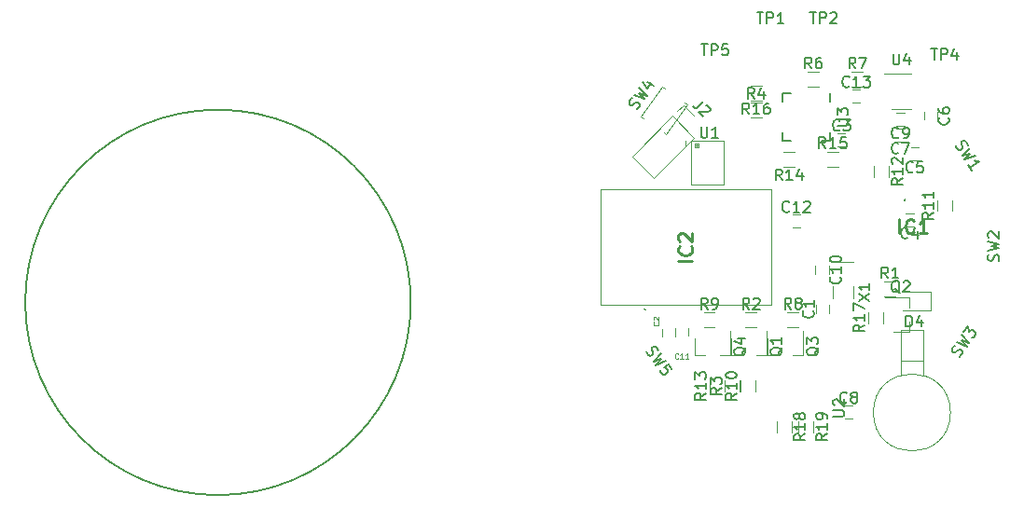
<source format=gbr>
G04 #@! TF.GenerationSoftware,KiCad,Pcbnew,(5.1.6)-1*
G04 #@! TF.CreationDate,2020-05-24T14:26:43-05:00*
G04 #@! TF.ProjectId,nrf,6e72662e-6b69-4636-9164-5f7063625858,rev?*
G04 #@! TF.SameCoordinates,Original*
G04 #@! TF.FileFunction,Legend,Top*
G04 #@! TF.FilePolarity,Positive*
%FSLAX46Y46*%
G04 Gerber Fmt 4.6, Leading zero omitted, Abs format (unit mm)*
G04 Created by KiCad (PCBNEW (5.1.6)-1) date 2020-05-24 14:26:43*
%MOMM*%
%LPD*%
G01*
G04 APERTURE LIST*
%ADD10C,0.150000*%
%ADD11C,0.120000*%
%ADD12C,0.100000*%
%ADD13C,0.200000*%
%ADD14C,0.254000*%
%ADD15C,0.125000*%
G04 APERTURE END LIST*
D10*
X102500000Y-115000000D02*
G75*
G03*
X102500000Y-115000000I-17500000J0D01*
G01*
D11*
X147300000Y-100400000D02*
X146600000Y-100400000D01*
X146600000Y-99200000D02*
X147300000Y-99200000D01*
D12*
X119750000Y-115250000D02*
X119750000Y-104750000D01*
X119750000Y-104750000D02*
X135250000Y-104750000D01*
X135250000Y-104750000D02*
X135250000Y-115250000D01*
X135250000Y-115250000D02*
X119750000Y-115250000D01*
X123700000Y-115600000D02*
X123700000Y-115600000D01*
X123800000Y-115600000D02*
X123800000Y-115600000D01*
X123800000Y-115600000D02*
G75*
G02*
X123700000Y-115600000I-50000J0D01*
G01*
X123700000Y-115600000D02*
G75*
G02*
X123800000Y-115600000I50000J0D01*
G01*
X127448880Y-100284080D02*
X127448880Y-100784080D01*
X128705035Y-100784080D02*
G75*
G03*
X128705035Y-100784080I-206155J0D01*
G01*
X128610683Y-100784080D02*
G75*
G03*
X128610683Y-100784080I-111803J0D01*
G01*
X128548880Y-100784080D02*
G75*
G03*
X128548880Y-100784080I-50000J0D01*
G01*
X127948880Y-100284080D02*
X128948880Y-100284080D01*
X127948880Y-104284080D02*
X127948880Y-100284080D01*
X130948880Y-104284080D02*
X127948880Y-104284080D01*
X130948880Y-100284080D02*
X130948880Y-104284080D01*
X128948880Y-100284080D02*
X130948880Y-100284080D01*
D11*
X140500000Y-115250000D02*
X140500000Y-115950000D01*
X139300000Y-115950000D02*
X139300000Y-115250000D01*
X125300000Y-118100000D02*
X125300000Y-117400000D01*
X126500000Y-117400000D02*
X126500000Y-118100000D01*
X141900000Y-124350000D02*
X142600000Y-124350000D01*
X142600000Y-125550000D02*
X141900000Y-125550000D01*
X140450000Y-111700000D02*
X140450000Y-112400000D01*
X139250000Y-112400000D02*
X139250000Y-111700000D01*
X126500000Y-118050000D02*
X126500000Y-117350000D01*
X127700000Y-117350000D02*
X127700000Y-118050000D01*
X137850000Y-108200000D02*
X137150000Y-108200000D01*
X137150000Y-107000000D02*
X137850000Y-107000000D01*
X149700000Y-115750000D02*
X149700000Y-114050000D01*
X149700000Y-114050000D02*
X147150000Y-114050000D01*
X149700000Y-115750000D02*
X147150000Y-115750000D01*
X126264160Y-98070083D02*
X122587205Y-101747039D01*
X122587205Y-101747039D02*
X124552961Y-103712795D01*
X124552961Y-103712795D02*
X128229917Y-100035840D01*
X128229917Y-100035840D02*
X126264160Y-98070083D01*
X126713173Y-97621071D02*
X127247038Y-97087205D01*
X127247038Y-97087205D02*
X128229917Y-98070083D01*
D12*
X151500000Y-125000000D02*
G75*
G03*
X151500000Y-125000000I-3500000J0D01*
G01*
X149000000Y-121600000D02*
X149000000Y-117500000D01*
X149000000Y-117500000D02*
X147000000Y-117500000D01*
X147000000Y-117500000D02*
X147000000Y-121600000D01*
X149000000Y-120300000D02*
X147000000Y-120300000D01*
D11*
X131620000Y-119760000D02*
X132550000Y-119760000D01*
X134780000Y-119760000D02*
X133850000Y-119760000D01*
X134780000Y-119760000D02*
X134780000Y-117600000D01*
X131620000Y-119760000D02*
X131620000Y-118300000D01*
X147760000Y-117680000D02*
X146300000Y-117680000D01*
X147760000Y-114520000D02*
X145600000Y-114520000D01*
X147760000Y-114520000D02*
X147760000Y-115450000D01*
X147760000Y-117680000D02*
X147760000Y-116750000D01*
X134920000Y-119760000D02*
X134920000Y-118300000D01*
X138080000Y-119760000D02*
X138080000Y-117600000D01*
X138080000Y-119760000D02*
X137150000Y-119760000D01*
X134920000Y-119760000D02*
X135850000Y-119760000D01*
X128320000Y-119760000D02*
X129250000Y-119760000D01*
X131480000Y-119760000D02*
X130550000Y-119760000D01*
X131480000Y-119760000D02*
X131480000Y-117600000D01*
X128320000Y-119760000D02*
X128320000Y-118300000D01*
X146500000Y-114480000D02*
X145500000Y-114480000D01*
X145500000Y-113120000D02*
X146500000Y-113120000D01*
X133900000Y-117280000D02*
X132900000Y-117280000D01*
X132900000Y-115920000D02*
X133900000Y-115920000D01*
X132380000Y-122100000D02*
X132380000Y-123100000D01*
X131020000Y-123100000D02*
X131020000Y-122100000D01*
X136700000Y-115920000D02*
X137700000Y-115920000D01*
X137700000Y-117280000D02*
X136700000Y-117280000D01*
X130100000Y-117280000D02*
X129100000Y-117280000D01*
X129100000Y-115920000D02*
X130100000Y-115920000D01*
X132420000Y-123100000D02*
X132420000Y-122100000D01*
X133780000Y-122100000D02*
X133780000Y-123100000D01*
X130980000Y-122100000D02*
X130980000Y-123100000D01*
X129620000Y-123100000D02*
X129620000Y-122100000D01*
X144020000Y-116900000D02*
X144020000Y-115900000D01*
X145380000Y-115900000D02*
X145380000Y-116900000D01*
X135720000Y-126800000D02*
X135720000Y-125800000D01*
X137080000Y-125800000D02*
X137080000Y-126800000D01*
X139080000Y-125800000D02*
X139080000Y-126800000D01*
X137720000Y-126800000D02*
X137720000Y-125800000D01*
X148150000Y-108100000D02*
X147450000Y-108100000D01*
X147450000Y-106900000D02*
X148150000Y-106900000D01*
X147900000Y-100900000D02*
X148600000Y-100900000D01*
X148600000Y-102100000D02*
X147900000Y-102100000D01*
D13*
X147350000Y-105650000D02*
X147350000Y-105650000D01*
X147350000Y-105750000D02*
X147350000Y-105750000D01*
X147350000Y-105650000D02*
X147350000Y-105650000D01*
X147350000Y-105750000D02*
G75*
G02*
X147350000Y-105650000I0J50000D01*
G01*
X147350000Y-105650000D02*
G75*
G02*
X147350000Y-105750000I0J-50000D01*
G01*
X147350000Y-105750000D02*
G75*
G02*
X147350000Y-105650000I0J50000D01*
G01*
D11*
X150270000Y-106700000D02*
X150270000Y-105700000D01*
X151630000Y-105700000D02*
X151630000Y-106700000D01*
X144570000Y-103600000D02*
X144570000Y-102600000D01*
X145930000Y-102600000D02*
X145930000Y-103600000D01*
X141250000Y-99600000D02*
X141950000Y-99600000D01*
X141950000Y-100800000D02*
X141250000Y-100800000D01*
X149100000Y-98400000D02*
X149100000Y-97700000D01*
X150300000Y-97700000D02*
X150300000Y-98400000D01*
X146600000Y-97800000D02*
X147300000Y-97800000D01*
X147300000Y-99000000D02*
X146600000Y-99000000D01*
X134350000Y-98180000D02*
X133350000Y-98180000D01*
X133350000Y-96820000D02*
X134350000Y-96820000D01*
X139550000Y-95430000D02*
X138550000Y-95430000D01*
X138550000Y-94070000D02*
X139550000Y-94070000D01*
X143550000Y-95430000D02*
X142550000Y-95430000D01*
X142550000Y-94070000D02*
X143550000Y-94070000D01*
X136350000Y-101320000D02*
X137350000Y-101320000D01*
X137350000Y-102680000D02*
X136350000Y-102680000D01*
X140300000Y-101320000D02*
X141300000Y-101320000D01*
X141300000Y-102680000D02*
X140300000Y-102680000D01*
X134350000Y-96680000D02*
X133350000Y-96680000D01*
X133350000Y-95320000D02*
X134350000Y-95320000D01*
D10*
X140575000Y-100325000D02*
X139800000Y-100325000D01*
X136275000Y-96025000D02*
X137050000Y-96025000D01*
X136275000Y-100325000D02*
X137050000Y-100325000D01*
X140575000Y-96025000D02*
X140575000Y-96800000D01*
X136275000Y-96025000D02*
X136275000Y-96800000D01*
X136275000Y-100325000D02*
X136275000Y-99550000D01*
X140575000Y-100325000D02*
X140575000Y-99550000D01*
D11*
X146150000Y-97460000D02*
X147950000Y-97460000D01*
X147950000Y-94240000D02*
X145500000Y-94240000D01*
X142700000Y-113500000D02*
X142700000Y-114600000D01*
X140800000Y-113500000D02*
X140800000Y-114600000D01*
X142650000Y-111350000D02*
X140850000Y-111350000D01*
X125454666Y-99532535D02*
X125700412Y-99704608D01*
X125700412Y-99704608D02*
X127593214Y-97001406D01*
X127593214Y-97001406D02*
X127347468Y-96829333D01*
X123652532Y-98270667D02*
X123406786Y-98098594D01*
X123406786Y-98098594D02*
X125299588Y-95395392D01*
X125299588Y-95395392D02*
X125545334Y-95567465D01*
X142600000Y-95650000D02*
X143300000Y-95650000D01*
X143300000Y-96850000D02*
X142600000Y-96850000D01*
D10*
X146783333Y-101407142D02*
X146735714Y-101454761D01*
X146592857Y-101502380D01*
X146497619Y-101502380D01*
X146354761Y-101454761D01*
X146259523Y-101359523D01*
X146211904Y-101264285D01*
X146164285Y-101073809D01*
X146164285Y-100930952D01*
X146211904Y-100740476D01*
X146259523Y-100645238D01*
X146354761Y-100550000D01*
X146497619Y-100502380D01*
X146592857Y-100502380D01*
X146735714Y-100550000D01*
X146783333Y-100597619D01*
X147116666Y-100502380D02*
X147783333Y-100502380D01*
X147354761Y-101502380D01*
D14*
X128074523Y-111239761D02*
X126804523Y-111239761D01*
X127953571Y-109909285D02*
X128014047Y-109969761D01*
X128074523Y-110151190D01*
X128074523Y-110272142D01*
X128014047Y-110453571D01*
X127893095Y-110574523D01*
X127772142Y-110635000D01*
X127530238Y-110695476D01*
X127348809Y-110695476D01*
X127106904Y-110635000D01*
X126985952Y-110574523D01*
X126865000Y-110453571D01*
X126804523Y-110272142D01*
X126804523Y-110151190D01*
X126865000Y-109969761D01*
X126925476Y-109909285D01*
X126925476Y-109425476D02*
X126865000Y-109365000D01*
X126804523Y-109244047D01*
X126804523Y-108941666D01*
X126865000Y-108820714D01*
X126925476Y-108760238D01*
X127046428Y-108699761D01*
X127167380Y-108699761D01*
X127348809Y-108760238D01*
X128074523Y-109485952D01*
X128074523Y-108699761D01*
D10*
X128838095Y-99052380D02*
X128838095Y-99861904D01*
X128885714Y-99957142D01*
X128933333Y-100004761D01*
X129028571Y-100052380D01*
X129219047Y-100052380D01*
X129314285Y-100004761D01*
X129361904Y-99957142D01*
X129409523Y-99861904D01*
X129409523Y-99052380D01*
X130409523Y-100052380D02*
X129838095Y-100052380D01*
X130123809Y-100052380D02*
X130123809Y-99052380D01*
X130028571Y-99195238D01*
X129933333Y-99290476D01*
X129838095Y-99338095D01*
X139007142Y-115766666D02*
X139054761Y-115814285D01*
X139102380Y-115957142D01*
X139102380Y-116052380D01*
X139054761Y-116195238D01*
X138959523Y-116290476D01*
X138864285Y-116338095D01*
X138673809Y-116385714D01*
X138530952Y-116385714D01*
X138340476Y-116338095D01*
X138245238Y-116290476D01*
X138150000Y-116195238D01*
X138102380Y-116052380D01*
X138102380Y-115957142D01*
X138150000Y-115814285D01*
X138197619Y-115766666D01*
X139102380Y-114814285D02*
X139102380Y-115385714D01*
X139102380Y-115100000D02*
X138102380Y-115100000D01*
X138245238Y-115195238D01*
X138340476Y-115290476D01*
X138388095Y-115385714D01*
D15*
X124978571Y-116783333D02*
X125002380Y-116807142D01*
X125026190Y-116878571D01*
X125026190Y-116926190D01*
X125002380Y-116997619D01*
X124954761Y-117045238D01*
X124907142Y-117069047D01*
X124811904Y-117092857D01*
X124740476Y-117092857D01*
X124645238Y-117069047D01*
X124597619Y-117045238D01*
X124550000Y-116997619D01*
X124526190Y-116926190D01*
X124526190Y-116878571D01*
X124550000Y-116807142D01*
X124573809Y-116783333D01*
X124573809Y-116592857D02*
X124550000Y-116569047D01*
X124526190Y-116521428D01*
X124526190Y-116402380D01*
X124550000Y-116354761D01*
X124573809Y-116330952D01*
X124621428Y-116307142D01*
X124669047Y-116307142D01*
X124740476Y-116330952D01*
X125026190Y-116616666D01*
X125026190Y-116307142D01*
D10*
X142083333Y-124057142D02*
X142035714Y-124104761D01*
X141892857Y-124152380D01*
X141797619Y-124152380D01*
X141654761Y-124104761D01*
X141559523Y-124009523D01*
X141511904Y-123914285D01*
X141464285Y-123723809D01*
X141464285Y-123580952D01*
X141511904Y-123390476D01*
X141559523Y-123295238D01*
X141654761Y-123200000D01*
X141797619Y-123152380D01*
X141892857Y-123152380D01*
X142035714Y-123200000D01*
X142083333Y-123247619D01*
X142654761Y-123580952D02*
X142559523Y-123533333D01*
X142511904Y-123485714D01*
X142464285Y-123390476D01*
X142464285Y-123342857D01*
X142511904Y-123247619D01*
X142559523Y-123200000D01*
X142654761Y-123152380D01*
X142845238Y-123152380D01*
X142940476Y-123200000D01*
X142988095Y-123247619D01*
X143035714Y-123342857D01*
X143035714Y-123390476D01*
X142988095Y-123485714D01*
X142940476Y-123533333D01*
X142845238Y-123580952D01*
X142654761Y-123580952D01*
X142559523Y-123628571D01*
X142511904Y-123676190D01*
X142464285Y-123771428D01*
X142464285Y-123961904D01*
X142511904Y-124057142D01*
X142559523Y-124104761D01*
X142654761Y-124152380D01*
X142845238Y-124152380D01*
X142940476Y-124104761D01*
X142988095Y-124057142D01*
X143035714Y-123961904D01*
X143035714Y-123771428D01*
X142988095Y-123676190D01*
X142940476Y-123628571D01*
X142845238Y-123580952D01*
X141457142Y-112692857D02*
X141504761Y-112740476D01*
X141552380Y-112883333D01*
X141552380Y-112978571D01*
X141504761Y-113121428D01*
X141409523Y-113216666D01*
X141314285Y-113264285D01*
X141123809Y-113311904D01*
X140980952Y-113311904D01*
X140790476Y-113264285D01*
X140695238Y-113216666D01*
X140600000Y-113121428D01*
X140552380Y-112978571D01*
X140552380Y-112883333D01*
X140600000Y-112740476D01*
X140647619Y-112692857D01*
X141552380Y-111740476D02*
X141552380Y-112311904D01*
X141552380Y-112026190D02*
X140552380Y-112026190D01*
X140695238Y-112121428D01*
X140790476Y-112216666D01*
X140838095Y-112311904D01*
X140552380Y-111121428D02*
X140552380Y-111026190D01*
X140600000Y-110930952D01*
X140647619Y-110883333D01*
X140742857Y-110835714D01*
X140933333Y-110788095D01*
X141171428Y-110788095D01*
X141361904Y-110835714D01*
X141457142Y-110883333D01*
X141504761Y-110930952D01*
X141552380Y-111026190D01*
X141552380Y-111121428D01*
X141504761Y-111216666D01*
X141457142Y-111264285D01*
X141361904Y-111311904D01*
X141171428Y-111359523D01*
X140933333Y-111359523D01*
X140742857Y-111311904D01*
X140647619Y-111264285D01*
X140600000Y-111216666D01*
X140552380Y-111121428D01*
D15*
X126778571Y-120078571D02*
X126754761Y-120102380D01*
X126683333Y-120126190D01*
X126635714Y-120126190D01*
X126564285Y-120102380D01*
X126516666Y-120054761D01*
X126492857Y-120007142D01*
X126469047Y-119911904D01*
X126469047Y-119840476D01*
X126492857Y-119745238D01*
X126516666Y-119697619D01*
X126564285Y-119650000D01*
X126635714Y-119626190D01*
X126683333Y-119626190D01*
X126754761Y-119650000D01*
X126778571Y-119673809D01*
X127254761Y-120126190D02*
X126969047Y-120126190D01*
X127111904Y-120126190D02*
X127111904Y-119626190D01*
X127064285Y-119697619D01*
X127016666Y-119745238D01*
X126969047Y-119769047D01*
X127730952Y-120126190D02*
X127445238Y-120126190D01*
X127588095Y-120126190D02*
X127588095Y-119626190D01*
X127540476Y-119697619D01*
X127492857Y-119745238D01*
X127445238Y-119769047D01*
D10*
X136857142Y-106707142D02*
X136809523Y-106754761D01*
X136666666Y-106802380D01*
X136571428Y-106802380D01*
X136428571Y-106754761D01*
X136333333Y-106659523D01*
X136285714Y-106564285D01*
X136238095Y-106373809D01*
X136238095Y-106230952D01*
X136285714Y-106040476D01*
X136333333Y-105945238D01*
X136428571Y-105850000D01*
X136571428Y-105802380D01*
X136666666Y-105802380D01*
X136809523Y-105850000D01*
X136857142Y-105897619D01*
X137809523Y-106802380D02*
X137238095Y-106802380D01*
X137523809Y-106802380D02*
X137523809Y-105802380D01*
X137428571Y-105945238D01*
X137333333Y-106040476D01*
X137238095Y-106088095D01*
X138190476Y-105897619D02*
X138238095Y-105850000D01*
X138333333Y-105802380D01*
X138571428Y-105802380D01*
X138666666Y-105850000D01*
X138714285Y-105897619D01*
X138761904Y-105992857D01*
X138761904Y-106088095D01*
X138714285Y-106230952D01*
X138142857Y-106802380D01*
X138761904Y-106802380D01*
X147461904Y-117202380D02*
X147461904Y-116202380D01*
X147700000Y-116202380D01*
X147842857Y-116250000D01*
X147938095Y-116345238D01*
X147985714Y-116440476D01*
X148033333Y-116630952D01*
X148033333Y-116773809D01*
X147985714Y-116964285D01*
X147938095Y-117059523D01*
X147842857Y-117154761D01*
X147700000Y-117202380D01*
X147461904Y-117202380D01*
X148890476Y-116535714D02*
X148890476Y-117202380D01*
X148652380Y-116154761D02*
X148414285Y-116869047D01*
X149033333Y-116869047D01*
X129088545Y-96740049D02*
X128583469Y-97245125D01*
X128448782Y-97312469D01*
X128314095Y-97312469D01*
X128179408Y-97245125D01*
X128112065Y-97177782D01*
X129324248Y-97110438D02*
X129391591Y-97110438D01*
X129492606Y-97144110D01*
X129660965Y-97312469D01*
X129694637Y-97413484D01*
X129694637Y-97480828D01*
X129660965Y-97581843D01*
X129593622Y-97649186D01*
X129458935Y-97716530D01*
X128650813Y-97716530D01*
X129088545Y-98154263D01*
X151983272Y-100724142D02*
X152021141Y-100869887D01*
X152150817Y-101069571D01*
X152242624Y-101123509D01*
X152308496Y-101137511D01*
X152414305Y-101125577D01*
X152494178Y-101073707D01*
X152548116Y-100981899D01*
X152562118Y-100916028D01*
X152550184Y-100810219D01*
X152486380Y-100624537D01*
X152474446Y-100518728D01*
X152488448Y-100452857D01*
X152542386Y-100361050D01*
X152622259Y-100309179D01*
X152728068Y-100297245D01*
X152793940Y-100311247D01*
X152885747Y-100365185D01*
X153015423Y-100564869D01*
X153053292Y-100710614D01*
X153274775Y-100964236D02*
X152565780Y-101708558D01*
X153268571Y-101479277D01*
X152773262Y-102028052D01*
X153741608Y-101683096D01*
X153395706Y-102986532D02*
X153084484Y-102507292D01*
X153240095Y-102746912D02*
X154078766Y-102202273D01*
X153907085Y-102200205D01*
X153775341Y-102172202D01*
X153683534Y-102118264D01*
X155854761Y-111233333D02*
X155902380Y-111090476D01*
X155902380Y-110852380D01*
X155854761Y-110757142D01*
X155807142Y-110709523D01*
X155711904Y-110661904D01*
X155616666Y-110661904D01*
X155521428Y-110709523D01*
X155473809Y-110757142D01*
X155426190Y-110852380D01*
X155378571Y-111042857D01*
X155330952Y-111138095D01*
X155283333Y-111185714D01*
X155188095Y-111233333D01*
X155092857Y-111233333D01*
X154997619Y-111185714D01*
X154950000Y-111138095D01*
X154902380Y-111042857D01*
X154902380Y-110804761D01*
X154950000Y-110661904D01*
X154902380Y-110328571D02*
X155902380Y-110090476D01*
X155188095Y-109900000D01*
X155902380Y-109709523D01*
X154902380Y-109471428D01*
X154997619Y-109138095D02*
X154950000Y-109090476D01*
X154902380Y-108995238D01*
X154902380Y-108757142D01*
X154950000Y-108661904D01*
X154997619Y-108614285D01*
X155092857Y-108566666D01*
X155188095Y-108566666D01*
X155330952Y-108614285D01*
X155902380Y-109185714D01*
X155902380Y-108566666D01*
X152306584Y-119919464D02*
X152427531Y-119829756D01*
X152564097Y-119634719D01*
X152579716Y-119529392D01*
X152568022Y-119463071D01*
X152517321Y-119369438D01*
X152439306Y-119314811D01*
X152333979Y-119299192D01*
X152267658Y-119310886D01*
X152174025Y-119361588D01*
X152025765Y-119490304D01*
X151932131Y-119541005D01*
X151865811Y-119552699D01*
X151760483Y-119537080D01*
X151682469Y-119482453D01*
X151631767Y-119388820D01*
X151620073Y-119322500D01*
X151635692Y-119217172D01*
X151772258Y-119022136D01*
X151893205Y-118932427D01*
X152045390Y-118632063D02*
X153001108Y-119010604D01*
X152525252Y-118444877D01*
X153219613Y-118698546D01*
X152537027Y-117929933D01*
X152700906Y-117695890D02*
X153055977Y-117188795D01*
X153176843Y-117680351D01*
X153258782Y-117563330D01*
X153352416Y-117512628D01*
X153418736Y-117500934D01*
X153524064Y-117516553D01*
X153719100Y-117653119D01*
X153769801Y-117746753D01*
X153781495Y-117813073D01*
X153765876Y-117918401D01*
X153601997Y-118152444D01*
X153508364Y-118203146D01*
X153442043Y-118214840D01*
X140852380Y-125361904D02*
X141661904Y-125361904D01*
X141757142Y-125314285D01*
X141804761Y-125266666D01*
X141852380Y-125171428D01*
X141852380Y-124980952D01*
X141804761Y-124885714D01*
X141757142Y-124838095D01*
X141661904Y-124790476D01*
X140852380Y-124790476D01*
X140947619Y-124361904D02*
X140900000Y-124314285D01*
X140852380Y-124219047D01*
X140852380Y-123980952D01*
X140900000Y-123885714D01*
X140947619Y-123838095D01*
X141042857Y-123790476D01*
X141138095Y-123790476D01*
X141280952Y-123838095D01*
X141852380Y-124409523D01*
X141852380Y-123790476D01*
X136247619Y-119095238D02*
X136200000Y-119190476D01*
X136104761Y-119285714D01*
X135961904Y-119428571D01*
X135914285Y-119523809D01*
X135914285Y-119619047D01*
X136152380Y-119571428D02*
X136104761Y-119666666D01*
X136009523Y-119761904D01*
X135819047Y-119809523D01*
X135485714Y-119809523D01*
X135295238Y-119761904D01*
X135200000Y-119666666D01*
X135152380Y-119571428D01*
X135152380Y-119380952D01*
X135200000Y-119285714D01*
X135295238Y-119190476D01*
X135485714Y-119142857D01*
X135819047Y-119142857D01*
X136009523Y-119190476D01*
X136104761Y-119285714D01*
X136152380Y-119380952D01*
X136152380Y-119571428D01*
X136152380Y-118190476D02*
X136152380Y-118761904D01*
X136152380Y-118476190D02*
X135152380Y-118476190D01*
X135295238Y-118571428D01*
X135390476Y-118666666D01*
X135438095Y-118761904D01*
X146904761Y-114147619D02*
X146809523Y-114100000D01*
X146714285Y-114004761D01*
X146571428Y-113861904D01*
X146476190Y-113814285D01*
X146380952Y-113814285D01*
X146428571Y-114052380D02*
X146333333Y-114004761D01*
X146238095Y-113909523D01*
X146190476Y-113719047D01*
X146190476Y-113385714D01*
X146238095Y-113195238D01*
X146333333Y-113100000D01*
X146428571Y-113052380D01*
X146619047Y-113052380D01*
X146714285Y-113100000D01*
X146809523Y-113195238D01*
X146857142Y-113385714D01*
X146857142Y-113719047D01*
X146809523Y-113909523D01*
X146714285Y-114004761D01*
X146619047Y-114052380D01*
X146428571Y-114052380D01*
X147238095Y-113147619D02*
X147285714Y-113100000D01*
X147380952Y-113052380D01*
X147619047Y-113052380D01*
X147714285Y-113100000D01*
X147761904Y-113147619D01*
X147809523Y-113242857D01*
X147809523Y-113338095D01*
X147761904Y-113480952D01*
X147190476Y-114052380D01*
X147809523Y-114052380D01*
X139547619Y-119095238D02*
X139500000Y-119190476D01*
X139404761Y-119285714D01*
X139261904Y-119428571D01*
X139214285Y-119523809D01*
X139214285Y-119619047D01*
X139452380Y-119571428D02*
X139404761Y-119666666D01*
X139309523Y-119761904D01*
X139119047Y-119809523D01*
X138785714Y-119809523D01*
X138595238Y-119761904D01*
X138500000Y-119666666D01*
X138452380Y-119571428D01*
X138452380Y-119380952D01*
X138500000Y-119285714D01*
X138595238Y-119190476D01*
X138785714Y-119142857D01*
X139119047Y-119142857D01*
X139309523Y-119190476D01*
X139404761Y-119285714D01*
X139452380Y-119380952D01*
X139452380Y-119571428D01*
X138452380Y-118809523D02*
X138452380Y-118190476D01*
X138833333Y-118523809D01*
X138833333Y-118380952D01*
X138880952Y-118285714D01*
X138928571Y-118238095D01*
X139023809Y-118190476D01*
X139261904Y-118190476D01*
X139357142Y-118238095D01*
X139404761Y-118285714D01*
X139452380Y-118380952D01*
X139452380Y-118666666D01*
X139404761Y-118761904D01*
X139357142Y-118809523D01*
X132947619Y-119095238D02*
X132900000Y-119190476D01*
X132804761Y-119285714D01*
X132661904Y-119428571D01*
X132614285Y-119523809D01*
X132614285Y-119619047D01*
X132852380Y-119571428D02*
X132804761Y-119666666D01*
X132709523Y-119761904D01*
X132519047Y-119809523D01*
X132185714Y-119809523D01*
X131995238Y-119761904D01*
X131900000Y-119666666D01*
X131852380Y-119571428D01*
X131852380Y-119380952D01*
X131900000Y-119285714D01*
X131995238Y-119190476D01*
X132185714Y-119142857D01*
X132519047Y-119142857D01*
X132709523Y-119190476D01*
X132804761Y-119285714D01*
X132852380Y-119380952D01*
X132852380Y-119571428D01*
X132185714Y-118285714D02*
X132852380Y-118285714D01*
X131804761Y-118523809D02*
X132519047Y-118761904D01*
X132519047Y-118142857D01*
X145833333Y-112802380D02*
X145500000Y-112326190D01*
X145261904Y-112802380D02*
X145261904Y-111802380D01*
X145642857Y-111802380D01*
X145738095Y-111850000D01*
X145785714Y-111897619D01*
X145833333Y-111992857D01*
X145833333Y-112135714D01*
X145785714Y-112230952D01*
X145738095Y-112278571D01*
X145642857Y-112326190D01*
X145261904Y-112326190D01*
X146785714Y-112802380D02*
X146214285Y-112802380D01*
X146500000Y-112802380D02*
X146500000Y-111802380D01*
X146404761Y-111945238D01*
X146309523Y-112040476D01*
X146214285Y-112088095D01*
X133233333Y-115602380D02*
X132900000Y-115126190D01*
X132661904Y-115602380D02*
X132661904Y-114602380D01*
X133042857Y-114602380D01*
X133138095Y-114650000D01*
X133185714Y-114697619D01*
X133233333Y-114792857D01*
X133233333Y-114935714D01*
X133185714Y-115030952D01*
X133138095Y-115078571D01*
X133042857Y-115126190D01*
X132661904Y-115126190D01*
X133614285Y-114697619D02*
X133661904Y-114650000D01*
X133757142Y-114602380D01*
X133995238Y-114602380D01*
X134090476Y-114650000D01*
X134138095Y-114697619D01*
X134185714Y-114792857D01*
X134185714Y-114888095D01*
X134138095Y-115030952D01*
X133566666Y-115602380D01*
X134185714Y-115602380D01*
X130702380Y-122766666D02*
X130226190Y-123100000D01*
X130702380Y-123338095D02*
X129702380Y-123338095D01*
X129702380Y-122957142D01*
X129750000Y-122861904D01*
X129797619Y-122814285D01*
X129892857Y-122766666D01*
X130035714Y-122766666D01*
X130130952Y-122814285D01*
X130178571Y-122861904D01*
X130226190Y-122957142D01*
X130226190Y-123338095D01*
X129702380Y-122433333D02*
X129702380Y-121814285D01*
X130083333Y-122147619D01*
X130083333Y-122004761D01*
X130130952Y-121909523D01*
X130178571Y-121861904D01*
X130273809Y-121814285D01*
X130511904Y-121814285D01*
X130607142Y-121861904D01*
X130654761Y-121909523D01*
X130702380Y-122004761D01*
X130702380Y-122290476D01*
X130654761Y-122385714D01*
X130607142Y-122433333D01*
X137033333Y-115602380D02*
X136700000Y-115126190D01*
X136461904Y-115602380D02*
X136461904Y-114602380D01*
X136842857Y-114602380D01*
X136938095Y-114650000D01*
X136985714Y-114697619D01*
X137033333Y-114792857D01*
X137033333Y-114935714D01*
X136985714Y-115030952D01*
X136938095Y-115078571D01*
X136842857Y-115126190D01*
X136461904Y-115126190D01*
X137604761Y-115030952D02*
X137509523Y-114983333D01*
X137461904Y-114935714D01*
X137414285Y-114840476D01*
X137414285Y-114792857D01*
X137461904Y-114697619D01*
X137509523Y-114650000D01*
X137604761Y-114602380D01*
X137795238Y-114602380D01*
X137890476Y-114650000D01*
X137938095Y-114697619D01*
X137985714Y-114792857D01*
X137985714Y-114840476D01*
X137938095Y-114935714D01*
X137890476Y-114983333D01*
X137795238Y-115030952D01*
X137604761Y-115030952D01*
X137509523Y-115078571D01*
X137461904Y-115126190D01*
X137414285Y-115221428D01*
X137414285Y-115411904D01*
X137461904Y-115507142D01*
X137509523Y-115554761D01*
X137604761Y-115602380D01*
X137795238Y-115602380D01*
X137890476Y-115554761D01*
X137938095Y-115507142D01*
X137985714Y-115411904D01*
X137985714Y-115221428D01*
X137938095Y-115126190D01*
X137890476Y-115078571D01*
X137795238Y-115030952D01*
X129433333Y-115602380D02*
X129100000Y-115126190D01*
X128861904Y-115602380D02*
X128861904Y-114602380D01*
X129242857Y-114602380D01*
X129338095Y-114650000D01*
X129385714Y-114697619D01*
X129433333Y-114792857D01*
X129433333Y-114935714D01*
X129385714Y-115030952D01*
X129338095Y-115078571D01*
X129242857Y-115126190D01*
X128861904Y-115126190D01*
X129909523Y-115602380D02*
X130100000Y-115602380D01*
X130195238Y-115554761D01*
X130242857Y-115507142D01*
X130338095Y-115364285D01*
X130385714Y-115173809D01*
X130385714Y-114792857D01*
X130338095Y-114697619D01*
X130290476Y-114650000D01*
X130195238Y-114602380D01*
X130004761Y-114602380D01*
X129909523Y-114650000D01*
X129861904Y-114697619D01*
X129814285Y-114792857D01*
X129814285Y-115030952D01*
X129861904Y-115126190D01*
X129909523Y-115173809D01*
X130004761Y-115221428D01*
X130195238Y-115221428D01*
X130290476Y-115173809D01*
X130338095Y-115126190D01*
X130385714Y-115030952D01*
X132102380Y-123242857D02*
X131626190Y-123576190D01*
X132102380Y-123814285D02*
X131102380Y-123814285D01*
X131102380Y-123433333D01*
X131150000Y-123338095D01*
X131197619Y-123290476D01*
X131292857Y-123242857D01*
X131435714Y-123242857D01*
X131530952Y-123290476D01*
X131578571Y-123338095D01*
X131626190Y-123433333D01*
X131626190Y-123814285D01*
X132102380Y-122290476D02*
X132102380Y-122861904D01*
X132102380Y-122576190D02*
X131102380Y-122576190D01*
X131245238Y-122671428D01*
X131340476Y-122766666D01*
X131388095Y-122861904D01*
X131102380Y-121671428D02*
X131102380Y-121576190D01*
X131150000Y-121480952D01*
X131197619Y-121433333D01*
X131292857Y-121385714D01*
X131483333Y-121338095D01*
X131721428Y-121338095D01*
X131911904Y-121385714D01*
X132007142Y-121433333D01*
X132054761Y-121480952D01*
X132102380Y-121576190D01*
X132102380Y-121671428D01*
X132054761Y-121766666D01*
X132007142Y-121814285D01*
X131911904Y-121861904D01*
X131721428Y-121909523D01*
X131483333Y-121909523D01*
X131292857Y-121861904D01*
X131197619Y-121814285D01*
X131150000Y-121766666D01*
X131102380Y-121671428D01*
X129302380Y-123242857D02*
X128826190Y-123576190D01*
X129302380Y-123814285D02*
X128302380Y-123814285D01*
X128302380Y-123433333D01*
X128350000Y-123338095D01*
X128397619Y-123290476D01*
X128492857Y-123242857D01*
X128635714Y-123242857D01*
X128730952Y-123290476D01*
X128778571Y-123338095D01*
X128826190Y-123433333D01*
X128826190Y-123814285D01*
X129302380Y-122290476D02*
X129302380Y-122861904D01*
X129302380Y-122576190D02*
X128302380Y-122576190D01*
X128445238Y-122671428D01*
X128540476Y-122766666D01*
X128588095Y-122861904D01*
X128302380Y-121957142D02*
X128302380Y-121338095D01*
X128683333Y-121671428D01*
X128683333Y-121528571D01*
X128730952Y-121433333D01*
X128778571Y-121385714D01*
X128873809Y-121338095D01*
X129111904Y-121338095D01*
X129207142Y-121385714D01*
X129254761Y-121433333D01*
X129302380Y-121528571D01*
X129302380Y-121814285D01*
X129254761Y-121909523D01*
X129207142Y-121957142D01*
X143702380Y-117042857D02*
X143226190Y-117376190D01*
X143702380Y-117614285D02*
X142702380Y-117614285D01*
X142702380Y-117233333D01*
X142750000Y-117138095D01*
X142797619Y-117090476D01*
X142892857Y-117042857D01*
X143035714Y-117042857D01*
X143130952Y-117090476D01*
X143178571Y-117138095D01*
X143226190Y-117233333D01*
X143226190Y-117614285D01*
X143702380Y-116090476D02*
X143702380Y-116661904D01*
X143702380Y-116376190D02*
X142702380Y-116376190D01*
X142845238Y-116471428D01*
X142940476Y-116566666D01*
X142988095Y-116661904D01*
X142702380Y-115757142D02*
X142702380Y-115090476D01*
X143702380Y-115519047D01*
X138302380Y-126942857D02*
X137826190Y-127276190D01*
X138302380Y-127514285D02*
X137302380Y-127514285D01*
X137302380Y-127133333D01*
X137350000Y-127038095D01*
X137397619Y-126990476D01*
X137492857Y-126942857D01*
X137635714Y-126942857D01*
X137730952Y-126990476D01*
X137778571Y-127038095D01*
X137826190Y-127133333D01*
X137826190Y-127514285D01*
X138302380Y-125990476D02*
X138302380Y-126561904D01*
X138302380Y-126276190D02*
X137302380Y-126276190D01*
X137445238Y-126371428D01*
X137540476Y-126466666D01*
X137588095Y-126561904D01*
X137730952Y-125419047D02*
X137683333Y-125514285D01*
X137635714Y-125561904D01*
X137540476Y-125609523D01*
X137492857Y-125609523D01*
X137397619Y-125561904D01*
X137350000Y-125514285D01*
X137302380Y-125419047D01*
X137302380Y-125228571D01*
X137350000Y-125133333D01*
X137397619Y-125085714D01*
X137492857Y-125038095D01*
X137540476Y-125038095D01*
X137635714Y-125085714D01*
X137683333Y-125133333D01*
X137730952Y-125228571D01*
X137730952Y-125419047D01*
X137778571Y-125514285D01*
X137826190Y-125561904D01*
X137921428Y-125609523D01*
X138111904Y-125609523D01*
X138207142Y-125561904D01*
X138254761Y-125514285D01*
X138302380Y-125419047D01*
X138302380Y-125228571D01*
X138254761Y-125133333D01*
X138207142Y-125085714D01*
X138111904Y-125038095D01*
X137921428Y-125038095D01*
X137826190Y-125085714D01*
X137778571Y-125133333D01*
X137730952Y-125228571D01*
X140302380Y-126942857D02*
X139826190Y-127276190D01*
X140302380Y-127514285D02*
X139302380Y-127514285D01*
X139302380Y-127133333D01*
X139350000Y-127038095D01*
X139397619Y-126990476D01*
X139492857Y-126942857D01*
X139635714Y-126942857D01*
X139730952Y-126990476D01*
X139778571Y-127038095D01*
X139826190Y-127133333D01*
X139826190Y-127514285D01*
X140302380Y-125990476D02*
X140302380Y-126561904D01*
X140302380Y-126276190D02*
X139302380Y-126276190D01*
X139445238Y-126371428D01*
X139540476Y-126466666D01*
X139588095Y-126561904D01*
X140302380Y-125514285D02*
X140302380Y-125323809D01*
X140254761Y-125228571D01*
X140207142Y-125180952D01*
X140064285Y-125085714D01*
X139873809Y-125038095D01*
X139492857Y-125038095D01*
X139397619Y-125085714D01*
X139350000Y-125133333D01*
X139302380Y-125228571D01*
X139302380Y-125419047D01*
X139350000Y-125514285D01*
X139397619Y-125561904D01*
X139492857Y-125609523D01*
X139730952Y-125609523D01*
X139826190Y-125561904D01*
X139873809Y-125514285D01*
X139921428Y-125419047D01*
X139921428Y-125228571D01*
X139873809Y-125133333D01*
X139826190Y-125085714D01*
X139730952Y-125038095D01*
X147633333Y-109107142D02*
X147585714Y-109154761D01*
X147442857Y-109202380D01*
X147347619Y-109202380D01*
X147204761Y-109154761D01*
X147109523Y-109059523D01*
X147061904Y-108964285D01*
X147014285Y-108773809D01*
X147014285Y-108630952D01*
X147061904Y-108440476D01*
X147109523Y-108345238D01*
X147204761Y-108250000D01*
X147347619Y-108202380D01*
X147442857Y-108202380D01*
X147585714Y-108250000D01*
X147633333Y-108297619D01*
X148490476Y-108535714D02*
X148490476Y-109202380D01*
X148252380Y-108154761D02*
X148014285Y-108869047D01*
X148633333Y-108869047D01*
X148083333Y-103107142D02*
X148035714Y-103154761D01*
X147892857Y-103202380D01*
X147797619Y-103202380D01*
X147654761Y-103154761D01*
X147559523Y-103059523D01*
X147511904Y-102964285D01*
X147464285Y-102773809D01*
X147464285Y-102630952D01*
X147511904Y-102440476D01*
X147559523Y-102345238D01*
X147654761Y-102250000D01*
X147797619Y-102202380D01*
X147892857Y-102202380D01*
X148035714Y-102250000D01*
X148083333Y-102297619D01*
X148988095Y-102202380D02*
X148511904Y-102202380D01*
X148464285Y-102678571D01*
X148511904Y-102630952D01*
X148607142Y-102583333D01*
X148845238Y-102583333D01*
X148940476Y-102630952D01*
X148988095Y-102678571D01*
X149035714Y-102773809D01*
X149035714Y-103011904D01*
X148988095Y-103107142D01*
X148940476Y-103154761D01*
X148845238Y-103202380D01*
X148607142Y-103202380D01*
X148511904Y-103154761D01*
X148464285Y-103107142D01*
D14*
X146860238Y-108724523D02*
X146860238Y-107454523D01*
X148190714Y-108603571D02*
X148130238Y-108664047D01*
X147948809Y-108724523D01*
X147827857Y-108724523D01*
X147646428Y-108664047D01*
X147525476Y-108543095D01*
X147465000Y-108422142D01*
X147404523Y-108180238D01*
X147404523Y-107998809D01*
X147465000Y-107756904D01*
X147525476Y-107635952D01*
X147646428Y-107515000D01*
X147827857Y-107454523D01*
X147948809Y-107454523D01*
X148130238Y-107515000D01*
X148190714Y-107575476D01*
X149400238Y-108724523D02*
X148674523Y-108724523D01*
X149037380Y-108724523D02*
X149037380Y-107454523D01*
X148916428Y-107635952D01*
X148795476Y-107756904D01*
X148674523Y-107817380D01*
D10*
X149952380Y-106842857D02*
X149476190Y-107176190D01*
X149952380Y-107414285D02*
X148952380Y-107414285D01*
X148952380Y-107033333D01*
X149000000Y-106938095D01*
X149047619Y-106890476D01*
X149142857Y-106842857D01*
X149285714Y-106842857D01*
X149380952Y-106890476D01*
X149428571Y-106938095D01*
X149476190Y-107033333D01*
X149476190Y-107414285D01*
X149952380Y-105890476D02*
X149952380Y-106461904D01*
X149952380Y-106176190D02*
X148952380Y-106176190D01*
X149095238Y-106271428D01*
X149190476Y-106366666D01*
X149238095Y-106461904D01*
X149952380Y-104938095D02*
X149952380Y-105509523D01*
X149952380Y-105223809D02*
X148952380Y-105223809D01*
X149095238Y-105319047D01*
X149190476Y-105414285D01*
X149238095Y-105509523D01*
X147152380Y-103742857D02*
X146676190Y-104076190D01*
X147152380Y-104314285D02*
X146152380Y-104314285D01*
X146152380Y-103933333D01*
X146200000Y-103838095D01*
X146247619Y-103790476D01*
X146342857Y-103742857D01*
X146485714Y-103742857D01*
X146580952Y-103790476D01*
X146628571Y-103838095D01*
X146676190Y-103933333D01*
X146676190Y-104314285D01*
X147152380Y-102790476D02*
X147152380Y-103361904D01*
X147152380Y-103076190D02*
X146152380Y-103076190D01*
X146295238Y-103171428D01*
X146390476Y-103266666D01*
X146438095Y-103361904D01*
X146247619Y-102409523D02*
X146200000Y-102361904D01*
X146152380Y-102266666D01*
X146152380Y-102028571D01*
X146200000Y-101933333D01*
X146247619Y-101885714D01*
X146342857Y-101838095D01*
X146438095Y-101838095D01*
X146580952Y-101885714D01*
X147152380Y-102457142D01*
X147152380Y-101838095D01*
X141433333Y-99307142D02*
X141385714Y-99354761D01*
X141242857Y-99402380D01*
X141147619Y-99402380D01*
X141004761Y-99354761D01*
X140909523Y-99259523D01*
X140861904Y-99164285D01*
X140814285Y-98973809D01*
X140814285Y-98830952D01*
X140861904Y-98640476D01*
X140909523Y-98545238D01*
X141004761Y-98450000D01*
X141147619Y-98402380D01*
X141242857Y-98402380D01*
X141385714Y-98450000D01*
X141433333Y-98497619D01*
X141766666Y-98402380D02*
X142385714Y-98402380D01*
X142052380Y-98783333D01*
X142195238Y-98783333D01*
X142290476Y-98830952D01*
X142338095Y-98878571D01*
X142385714Y-98973809D01*
X142385714Y-99211904D01*
X142338095Y-99307142D01*
X142290476Y-99354761D01*
X142195238Y-99402380D01*
X141909523Y-99402380D01*
X141814285Y-99354761D01*
X141766666Y-99307142D01*
X151307142Y-98216666D02*
X151354761Y-98264285D01*
X151402380Y-98407142D01*
X151402380Y-98502380D01*
X151354761Y-98645238D01*
X151259523Y-98740476D01*
X151164285Y-98788095D01*
X150973809Y-98835714D01*
X150830952Y-98835714D01*
X150640476Y-98788095D01*
X150545238Y-98740476D01*
X150450000Y-98645238D01*
X150402380Y-98502380D01*
X150402380Y-98407142D01*
X150450000Y-98264285D01*
X150497619Y-98216666D01*
X150402380Y-97359523D02*
X150402380Y-97550000D01*
X150450000Y-97645238D01*
X150497619Y-97692857D01*
X150640476Y-97788095D01*
X150830952Y-97835714D01*
X151211904Y-97835714D01*
X151307142Y-97788095D01*
X151354761Y-97740476D01*
X151402380Y-97645238D01*
X151402380Y-97454761D01*
X151354761Y-97359523D01*
X151307142Y-97311904D01*
X151211904Y-97264285D01*
X150973809Y-97264285D01*
X150878571Y-97311904D01*
X150830952Y-97359523D01*
X150783333Y-97454761D01*
X150783333Y-97645238D01*
X150830952Y-97740476D01*
X150878571Y-97788095D01*
X150973809Y-97835714D01*
X146783333Y-100007142D02*
X146735714Y-100054761D01*
X146592857Y-100102380D01*
X146497619Y-100102380D01*
X146354761Y-100054761D01*
X146259523Y-99959523D01*
X146211904Y-99864285D01*
X146164285Y-99673809D01*
X146164285Y-99530952D01*
X146211904Y-99340476D01*
X146259523Y-99245238D01*
X146354761Y-99150000D01*
X146497619Y-99102380D01*
X146592857Y-99102380D01*
X146735714Y-99150000D01*
X146783333Y-99197619D01*
X147259523Y-100102380D02*
X147450000Y-100102380D01*
X147545238Y-100054761D01*
X147592857Y-100007142D01*
X147688095Y-99864285D01*
X147735714Y-99673809D01*
X147735714Y-99292857D01*
X147688095Y-99197619D01*
X147640476Y-99150000D01*
X147545238Y-99102380D01*
X147354761Y-99102380D01*
X147259523Y-99150000D01*
X147211904Y-99197619D01*
X147164285Y-99292857D01*
X147164285Y-99530952D01*
X147211904Y-99626190D01*
X147259523Y-99673809D01*
X147354761Y-99721428D01*
X147545238Y-99721428D01*
X147640476Y-99673809D01*
X147688095Y-99626190D01*
X147735714Y-99530952D01*
X133683333Y-96502380D02*
X133350000Y-96026190D01*
X133111904Y-96502380D02*
X133111904Y-95502380D01*
X133492857Y-95502380D01*
X133588095Y-95550000D01*
X133635714Y-95597619D01*
X133683333Y-95692857D01*
X133683333Y-95835714D01*
X133635714Y-95930952D01*
X133588095Y-95978571D01*
X133492857Y-96026190D01*
X133111904Y-96026190D01*
X134540476Y-95835714D02*
X134540476Y-96502380D01*
X134302380Y-95454761D02*
X134064285Y-96169047D01*
X134683333Y-96169047D01*
X138883333Y-93752380D02*
X138550000Y-93276190D01*
X138311904Y-93752380D02*
X138311904Y-92752380D01*
X138692857Y-92752380D01*
X138788095Y-92800000D01*
X138835714Y-92847619D01*
X138883333Y-92942857D01*
X138883333Y-93085714D01*
X138835714Y-93180952D01*
X138788095Y-93228571D01*
X138692857Y-93276190D01*
X138311904Y-93276190D01*
X139740476Y-92752380D02*
X139550000Y-92752380D01*
X139454761Y-92800000D01*
X139407142Y-92847619D01*
X139311904Y-92990476D01*
X139264285Y-93180952D01*
X139264285Y-93561904D01*
X139311904Y-93657142D01*
X139359523Y-93704761D01*
X139454761Y-93752380D01*
X139645238Y-93752380D01*
X139740476Y-93704761D01*
X139788095Y-93657142D01*
X139835714Y-93561904D01*
X139835714Y-93323809D01*
X139788095Y-93228571D01*
X139740476Y-93180952D01*
X139645238Y-93133333D01*
X139454761Y-93133333D01*
X139359523Y-93180952D01*
X139311904Y-93228571D01*
X139264285Y-93323809D01*
X142883333Y-93752380D02*
X142550000Y-93276190D01*
X142311904Y-93752380D02*
X142311904Y-92752380D01*
X142692857Y-92752380D01*
X142788095Y-92800000D01*
X142835714Y-92847619D01*
X142883333Y-92942857D01*
X142883333Y-93085714D01*
X142835714Y-93180952D01*
X142788095Y-93228571D01*
X142692857Y-93276190D01*
X142311904Y-93276190D01*
X143216666Y-92752380D02*
X143883333Y-92752380D01*
X143454761Y-93752380D01*
X136207142Y-103902380D02*
X135873809Y-103426190D01*
X135635714Y-103902380D02*
X135635714Y-102902380D01*
X136016666Y-102902380D01*
X136111904Y-102950000D01*
X136159523Y-102997619D01*
X136207142Y-103092857D01*
X136207142Y-103235714D01*
X136159523Y-103330952D01*
X136111904Y-103378571D01*
X136016666Y-103426190D01*
X135635714Y-103426190D01*
X137159523Y-103902380D02*
X136588095Y-103902380D01*
X136873809Y-103902380D02*
X136873809Y-102902380D01*
X136778571Y-103045238D01*
X136683333Y-103140476D01*
X136588095Y-103188095D01*
X138016666Y-103235714D02*
X138016666Y-103902380D01*
X137778571Y-102854761D02*
X137540476Y-103569047D01*
X138159523Y-103569047D01*
X140157142Y-101002380D02*
X139823809Y-100526190D01*
X139585714Y-101002380D02*
X139585714Y-100002380D01*
X139966666Y-100002380D01*
X140061904Y-100050000D01*
X140109523Y-100097619D01*
X140157142Y-100192857D01*
X140157142Y-100335714D01*
X140109523Y-100430952D01*
X140061904Y-100478571D01*
X139966666Y-100526190D01*
X139585714Y-100526190D01*
X141109523Y-101002380D02*
X140538095Y-101002380D01*
X140823809Y-101002380D02*
X140823809Y-100002380D01*
X140728571Y-100145238D01*
X140633333Y-100240476D01*
X140538095Y-100288095D01*
X142014285Y-100002380D02*
X141538095Y-100002380D01*
X141490476Y-100478571D01*
X141538095Y-100430952D01*
X141633333Y-100383333D01*
X141871428Y-100383333D01*
X141966666Y-100430952D01*
X142014285Y-100478571D01*
X142061904Y-100573809D01*
X142061904Y-100811904D01*
X142014285Y-100907142D01*
X141966666Y-100954761D01*
X141871428Y-101002380D01*
X141633333Y-101002380D01*
X141538095Y-100954761D01*
X141490476Y-100907142D01*
X133207142Y-97902380D02*
X132873809Y-97426190D01*
X132635714Y-97902380D02*
X132635714Y-96902380D01*
X133016666Y-96902380D01*
X133111904Y-96950000D01*
X133159523Y-96997619D01*
X133207142Y-97092857D01*
X133207142Y-97235714D01*
X133159523Y-97330952D01*
X133111904Y-97378571D01*
X133016666Y-97426190D01*
X132635714Y-97426190D01*
X134159523Y-97902380D02*
X133588095Y-97902380D01*
X133873809Y-97902380D02*
X133873809Y-96902380D01*
X133778571Y-97045238D01*
X133683333Y-97140476D01*
X133588095Y-97188095D01*
X135016666Y-96902380D02*
X134826190Y-96902380D01*
X134730952Y-96950000D01*
X134683333Y-96997619D01*
X134588095Y-97140476D01*
X134540476Y-97330952D01*
X134540476Y-97711904D01*
X134588095Y-97807142D01*
X134635714Y-97854761D01*
X134730952Y-97902380D01*
X134921428Y-97902380D01*
X135016666Y-97854761D01*
X135064285Y-97807142D01*
X135111904Y-97711904D01*
X135111904Y-97473809D01*
X135064285Y-97378571D01*
X135016666Y-97330952D01*
X134921428Y-97283333D01*
X134730952Y-97283333D01*
X134635714Y-97330952D01*
X134588095Y-97378571D01*
X134540476Y-97473809D01*
X141207380Y-98936904D02*
X142016904Y-98936904D01*
X142112142Y-98889285D01*
X142159761Y-98841666D01*
X142207380Y-98746428D01*
X142207380Y-98555952D01*
X142159761Y-98460714D01*
X142112142Y-98413095D01*
X142016904Y-98365476D01*
X141207380Y-98365476D01*
X141207380Y-97984523D02*
X141207380Y-97365476D01*
X141588333Y-97698809D01*
X141588333Y-97555952D01*
X141635952Y-97460714D01*
X141683571Y-97413095D01*
X141778809Y-97365476D01*
X142016904Y-97365476D01*
X142112142Y-97413095D01*
X142159761Y-97460714D01*
X142207380Y-97555952D01*
X142207380Y-97841666D01*
X142159761Y-97936904D01*
X142112142Y-97984523D01*
X146288095Y-92402380D02*
X146288095Y-93211904D01*
X146335714Y-93307142D01*
X146383333Y-93354761D01*
X146478571Y-93402380D01*
X146669047Y-93402380D01*
X146764285Y-93354761D01*
X146811904Y-93307142D01*
X146859523Y-93211904D01*
X146859523Y-92402380D01*
X147764285Y-92735714D02*
X147764285Y-93402380D01*
X147526190Y-92354761D02*
X147288095Y-93069047D01*
X147907142Y-93069047D01*
X143152380Y-114859523D02*
X144152380Y-114192857D01*
X143152380Y-114192857D02*
X144152380Y-114859523D01*
X144152380Y-113288095D02*
X144152380Y-113859523D01*
X144152380Y-113573809D02*
X143152380Y-113573809D01*
X143295238Y-113669047D01*
X143390476Y-113764285D01*
X143438095Y-113859523D01*
X123903669Y-119439959D02*
X123946602Y-119584294D01*
X124083167Y-119779330D01*
X124176801Y-119830031D01*
X124243121Y-119841725D01*
X124348449Y-119826106D01*
X124426464Y-119771480D01*
X124477165Y-119677846D01*
X124488859Y-119611526D01*
X124473240Y-119506198D01*
X124402994Y-119322856D01*
X124387375Y-119217528D01*
X124399069Y-119151208D01*
X124449771Y-119057574D01*
X124527785Y-119002948D01*
X124633113Y-118987329D01*
X124699433Y-118999023D01*
X124793067Y-119049724D01*
X124929633Y-119244761D01*
X124972565Y-119389095D01*
X125202764Y-119634833D02*
X124520178Y-120403446D01*
X125214539Y-120149777D01*
X124738683Y-120715504D01*
X125694401Y-120336963D01*
X126186038Y-121039094D02*
X125912907Y-120649021D01*
X125495521Y-120883146D01*
X125561841Y-120894840D01*
X125655475Y-120945541D01*
X125792041Y-121140577D01*
X125807660Y-121245905D01*
X125795966Y-121312225D01*
X125745264Y-121405859D01*
X125550228Y-121542425D01*
X125444901Y-121558044D01*
X125378580Y-121546350D01*
X125284947Y-121495648D01*
X125148381Y-121300612D01*
X125132762Y-121195284D01*
X125144456Y-121128964D01*
X123018912Y-97440423D02*
X123139859Y-97350715D01*
X123276425Y-97155678D01*
X123292044Y-97050351D01*
X123280350Y-96984030D01*
X123229649Y-96890397D01*
X123151634Y-96835770D01*
X123046307Y-96820151D01*
X122979986Y-96831845D01*
X122886353Y-96882547D01*
X122738093Y-97011263D01*
X122644459Y-97061964D01*
X122578139Y-97073658D01*
X122472811Y-97058039D01*
X122394797Y-97003412D01*
X122344095Y-96909779D01*
X122332401Y-96843459D01*
X122348020Y-96738131D01*
X122484586Y-96543095D01*
X122605533Y-96453386D01*
X122757718Y-96153022D02*
X123713436Y-96531563D01*
X123237580Y-95965836D01*
X123931941Y-96219505D01*
X123249355Y-95450892D01*
X123986729Y-94978961D02*
X124532831Y-95361345D01*
X123538105Y-94955492D02*
X123986648Y-95560226D01*
X124341719Y-95053131D01*
X133938095Y-88652380D02*
X134509523Y-88652380D01*
X134223809Y-89652380D02*
X134223809Y-88652380D01*
X134842857Y-89652380D02*
X134842857Y-88652380D01*
X135223809Y-88652380D01*
X135319047Y-88700000D01*
X135366666Y-88747619D01*
X135414285Y-88842857D01*
X135414285Y-88985714D01*
X135366666Y-89080952D01*
X135319047Y-89128571D01*
X135223809Y-89176190D01*
X134842857Y-89176190D01*
X136366666Y-89652380D02*
X135795238Y-89652380D01*
X136080952Y-89652380D02*
X136080952Y-88652380D01*
X135985714Y-88795238D01*
X135890476Y-88890476D01*
X135795238Y-88938095D01*
X138738095Y-88652380D02*
X139309523Y-88652380D01*
X139023809Y-89652380D02*
X139023809Y-88652380D01*
X139642857Y-89652380D02*
X139642857Y-88652380D01*
X140023809Y-88652380D01*
X140119047Y-88700000D01*
X140166666Y-88747619D01*
X140214285Y-88842857D01*
X140214285Y-88985714D01*
X140166666Y-89080952D01*
X140119047Y-89128571D01*
X140023809Y-89176190D01*
X139642857Y-89176190D01*
X140595238Y-88747619D02*
X140642857Y-88700000D01*
X140738095Y-88652380D01*
X140976190Y-88652380D01*
X141071428Y-88700000D01*
X141119047Y-88747619D01*
X141166666Y-88842857D01*
X141166666Y-88938095D01*
X141119047Y-89080952D01*
X140547619Y-89652380D01*
X141166666Y-89652380D01*
X149738095Y-91952380D02*
X150309523Y-91952380D01*
X150023809Y-92952380D02*
X150023809Y-91952380D01*
X150642857Y-92952380D02*
X150642857Y-91952380D01*
X151023809Y-91952380D01*
X151119047Y-92000000D01*
X151166666Y-92047619D01*
X151214285Y-92142857D01*
X151214285Y-92285714D01*
X151166666Y-92380952D01*
X151119047Y-92428571D01*
X151023809Y-92476190D01*
X150642857Y-92476190D01*
X152071428Y-92285714D02*
X152071428Y-92952380D01*
X151833333Y-91904761D02*
X151595238Y-92619047D01*
X152214285Y-92619047D01*
X142307142Y-95357142D02*
X142259523Y-95404761D01*
X142116666Y-95452380D01*
X142021428Y-95452380D01*
X141878571Y-95404761D01*
X141783333Y-95309523D01*
X141735714Y-95214285D01*
X141688095Y-95023809D01*
X141688095Y-94880952D01*
X141735714Y-94690476D01*
X141783333Y-94595238D01*
X141878571Y-94500000D01*
X142021428Y-94452380D01*
X142116666Y-94452380D01*
X142259523Y-94500000D01*
X142307142Y-94547619D01*
X143259523Y-95452380D02*
X142688095Y-95452380D01*
X142973809Y-95452380D02*
X142973809Y-94452380D01*
X142878571Y-94595238D01*
X142783333Y-94690476D01*
X142688095Y-94738095D01*
X143592857Y-94452380D02*
X144211904Y-94452380D01*
X143878571Y-94833333D01*
X144021428Y-94833333D01*
X144116666Y-94880952D01*
X144164285Y-94928571D01*
X144211904Y-95023809D01*
X144211904Y-95261904D01*
X144164285Y-95357142D01*
X144116666Y-95404761D01*
X144021428Y-95452380D01*
X143735714Y-95452380D01*
X143640476Y-95404761D01*
X143592857Y-95357142D01*
X128888095Y-91552380D02*
X129459523Y-91552380D01*
X129173809Y-92552380D02*
X129173809Y-91552380D01*
X129792857Y-92552380D02*
X129792857Y-91552380D01*
X130173809Y-91552380D01*
X130269047Y-91600000D01*
X130316666Y-91647619D01*
X130364285Y-91742857D01*
X130364285Y-91885714D01*
X130316666Y-91980952D01*
X130269047Y-92028571D01*
X130173809Y-92076190D01*
X129792857Y-92076190D01*
X131269047Y-91552380D02*
X130792857Y-91552380D01*
X130745238Y-92028571D01*
X130792857Y-91980952D01*
X130888095Y-91933333D01*
X131126190Y-91933333D01*
X131221428Y-91980952D01*
X131269047Y-92028571D01*
X131316666Y-92123809D01*
X131316666Y-92361904D01*
X131269047Y-92457142D01*
X131221428Y-92504761D01*
X131126190Y-92552380D01*
X130888095Y-92552380D01*
X130792857Y-92504761D01*
X130745238Y-92457142D01*
M02*

</source>
